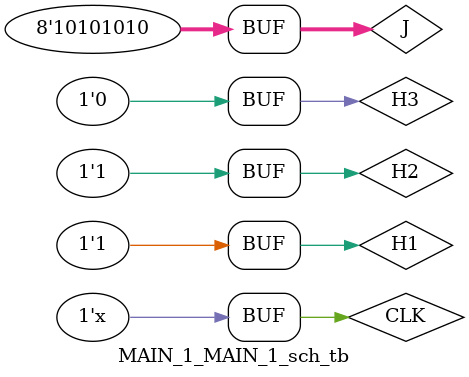
<source format=v>

`timescale 1ns / 1ps

module MAIN_1_MAIN_1_sch_tb();

// Inputs
   reg H3;
   reg H2;
   reg H1;
   reg CLK;
   reg [7:0] J;

// Output
   wire A;
   wire AA;
   wire B;
   wire BB;
   wire C;
   wire CC;

// Bidirs

// Instantiate the UUT
   MAIN_1 UUT (
		.H3(H3), 
		.H2(H2), 
		.H1(H1), 
		.A(A), 
		.AA(AA), 
		.B(B), 
		.BB(BB), 
		.C(C), 
		.CC(CC), 
		.CLK(CLK), 
		.J(J)
   );
// Initialize Inputs
   
      initial begin
		H3 = 0;
		H2 = 0;
		H1 = 0;
	   J =8'b10101010;
		CLK=1;	
   end
	always begin
	#10;
	CLK=~CLK;
	end
	always begin
	H1=1;
	#2000;
	H1=0;
	#3000;
	H1=1;
	#1000;	
	end
	always begin
	H2=0;
	#3000;
	H2=1;
	#3000;
	end
	always begin
	H3=0;
	#1000;
	H3=1;
	#3000;
	H3=0;
	#2000;
	end


   
endmodule

</source>
